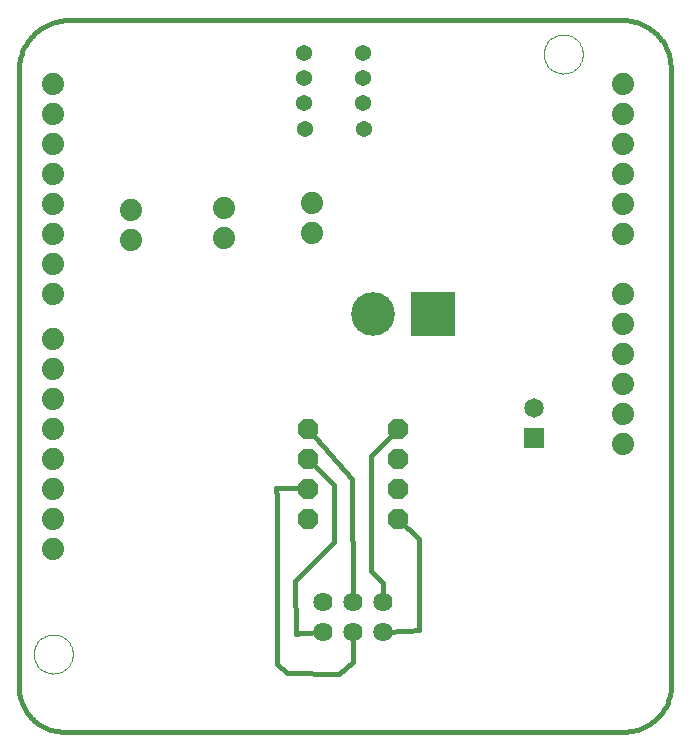
<source format=gtl>
G75*
G70*
%OFA0B0*%
%FSLAX24Y24*%
%IPPOS*%
%LPD*%
%AMOC8*
5,1,8,0,0,1.08239X$1,22.5*
%
%ADD10C,0.0160*%
%ADD11C,0.0740*%
%ADD12C,0.0000*%
%ADD13OC8,0.0680*%
%ADD14R,0.0650X0.0650*%
%ADD15C,0.0650*%
%ADD16C,0.0540*%
%ADD17C,0.1457*%
%ADD18R,0.1457X0.1457*%
%ADD19C,0.0640*%
D10*
X001849Y006172D02*
X011472Y006172D01*
X011462Y006171D02*
X020539Y006171D01*
X020616Y006173D01*
X020693Y006179D01*
X020769Y006188D01*
X020845Y006201D01*
X020920Y006218D01*
X020994Y006239D01*
X021067Y006263D01*
X021139Y006291D01*
X021210Y006322D01*
X021278Y006357D01*
X021345Y006395D01*
X021410Y006436D01*
X021473Y006481D01*
X021534Y006529D01*
X021592Y006579D01*
X021647Y006632D01*
X021700Y006688D01*
X021750Y006747D01*
X021797Y006808D01*
X021841Y006871D01*
X021882Y006936D01*
X021920Y007003D01*
X021954Y007072D01*
X021985Y007143D01*
X022012Y007215D01*
X022036Y007288D01*
X022056Y007362D01*
X022073Y007437D01*
X022085Y007513D01*
X022094Y007590D01*
X022100Y007667D01*
X022101Y007744D01*
X022100Y007744D02*
X022087Y018887D01*
X022086Y018862D02*
X022086Y028292D01*
X022084Y028370D01*
X022078Y028448D01*
X022069Y028526D01*
X022055Y028603D01*
X022038Y028680D01*
X022017Y028755D01*
X021993Y028830D01*
X021965Y028903D01*
X021933Y028974D01*
X021898Y029044D01*
X021859Y029113D01*
X021817Y029179D01*
X021772Y029243D01*
X021724Y029304D01*
X021673Y029364D01*
X021619Y029421D01*
X021562Y029475D01*
X021502Y029526D01*
X021441Y029574D01*
X021377Y029619D01*
X021311Y029661D01*
X021242Y029700D01*
X021172Y029735D01*
X021101Y029767D01*
X021028Y029795D01*
X020953Y029819D01*
X020878Y029840D01*
X020801Y029857D01*
X020724Y029871D01*
X020646Y029880D01*
X020568Y029886D01*
X020490Y029888D01*
X011089Y029888D01*
X011059Y029891D02*
X002024Y029891D01*
X002024Y029890D02*
X001945Y029888D01*
X001866Y029882D01*
X001787Y029873D01*
X001709Y029860D01*
X001632Y029843D01*
X001555Y029823D01*
X001480Y029799D01*
X001406Y029771D01*
X001333Y029740D01*
X001262Y029705D01*
X001192Y029667D01*
X001125Y029626D01*
X001059Y029582D01*
X000996Y029534D01*
X000935Y029484D01*
X000876Y029431D01*
X000820Y029375D01*
X000767Y029316D01*
X000717Y029255D01*
X000669Y029192D01*
X000625Y029126D01*
X000584Y029059D01*
X000546Y028989D01*
X000511Y028918D01*
X000480Y028845D01*
X000452Y028771D01*
X000428Y028696D01*
X000408Y028619D01*
X000391Y028542D01*
X000378Y028464D01*
X000369Y028385D01*
X000363Y028306D01*
X000361Y028227D01*
X000360Y028227D02*
X000360Y018345D01*
X000364Y018343D02*
X000364Y007657D01*
X000366Y007582D01*
X000372Y007507D01*
X000381Y007432D01*
X000394Y007358D01*
X000411Y007285D01*
X000432Y007212D01*
X000456Y007141D01*
X000484Y007071D01*
X000516Y007003D01*
X000551Y006936D01*
X000589Y006871D01*
X000630Y006809D01*
X000675Y006748D01*
X000722Y006690D01*
X000773Y006634D01*
X000826Y006581D01*
X000882Y006530D01*
X000940Y006483D01*
X001001Y006438D01*
X001063Y006397D01*
X001128Y006359D01*
X001195Y006324D01*
X001263Y006292D01*
X001333Y006264D01*
X001404Y006240D01*
X001477Y006219D01*
X001550Y006202D01*
X001624Y006189D01*
X001699Y006180D01*
X001774Y006174D01*
X001849Y006172D01*
X008951Y008420D02*
X008951Y013964D01*
X008943Y014287D01*
X009976Y014287D01*
X010009Y014274D01*
X010875Y014408D02*
X010009Y015274D01*
X010009Y016274D02*
X011469Y014609D01*
X011496Y010488D01*
X011496Y009488D02*
X011505Y008490D01*
X011019Y008102D01*
X009286Y008111D01*
X008951Y008420D01*
X009604Y009438D02*
X009577Y011184D01*
X010875Y012481D01*
X010875Y014408D01*
X012092Y015358D02*
X013009Y016274D01*
X012092Y015358D02*
X012092Y011539D01*
X012496Y011134D01*
X012496Y010488D01*
X012496Y009488D02*
X013327Y009515D01*
X013702Y009551D01*
X013702Y012581D01*
X013009Y013274D01*
X010496Y009488D02*
X009795Y009444D01*
X009604Y009438D01*
D11*
X001509Y012260D03*
X001509Y013260D03*
X001509Y014260D03*
X001509Y015260D03*
X001509Y016260D03*
X001509Y017260D03*
X001509Y018260D03*
X001509Y019260D03*
X001509Y020760D03*
X001509Y021760D03*
X001509Y022760D03*
X001509Y023760D03*
X001509Y024760D03*
X001509Y025760D03*
X001509Y026760D03*
X001509Y027760D03*
X004104Y023571D03*
X004104Y022571D03*
X007200Y022618D03*
X007200Y023618D03*
X010138Y023785D03*
X010138Y022785D03*
X020509Y022760D03*
X020509Y023760D03*
X020509Y024760D03*
X020509Y025760D03*
X020509Y026760D03*
X020509Y027760D03*
X020509Y020760D03*
X020509Y019760D03*
X020509Y018760D03*
X020509Y017760D03*
X020509Y016760D03*
X020509Y015760D03*
D12*
X017859Y028760D02*
X017861Y028810D01*
X017867Y028860D01*
X017877Y028910D01*
X017890Y028958D01*
X017907Y029006D01*
X017928Y029052D01*
X017952Y029096D01*
X017980Y029138D01*
X018011Y029178D01*
X018045Y029215D01*
X018082Y029250D01*
X018121Y029281D01*
X018162Y029310D01*
X018206Y029335D01*
X018252Y029357D01*
X018299Y029375D01*
X018347Y029389D01*
X018396Y029400D01*
X018446Y029407D01*
X018496Y029410D01*
X018547Y029409D01*
X018597Y029404D01*
X018647Y029395D01*
X018695Y029383D01*
X018743Y029366D01*
X018789Y029346D01*
X018834Y029323D01*
X018877Y029296D01*
X018917Y029266D01*
X018955Y029233D01*
X018990Y029197D01*
X019023Y029158D01*
X019052Y029117D01*
X019078Y029074D01*
X019101Y029029D01*
X019120Y028982D01*
X019135Y028934D01*
X019147Y028885D01*
X019155Y028835D01*
X019159Y028785D01*
X019159Y028735D01*
X019155Y028685D01*
X019147Y028635D01*
X019135Y028586D01*
X019120Y028538D01*
X019101Y028491D01*
X019078Y028446D01*
X019052Y028403D01*
X019023Y028362D01*
X018990Y028323D01*
X018955Y028287D01*
X018917Y028254D01*
X018877Y028224D01*
X018834Y028197D01*
X018789Y028174D01*
X018743Y028154D01*
X018695Y028137D01*
X018647Y028125D01*
X018597Y028116D01*
X018547Y028111D01*
X018496Y028110D01*
X018446Y028113D01*
X018396Y028120D01*
X018347Y028131D01*
X018299Y028145D01*
X018252Y028163D01*
X018206Y028185D01*
X018162Y028210D01*
X018121Y028239D01*
X018082Y028270D01*
X018045Y028305D01*
X018011Y028342D01*
X017980Y028382D01*
X017952Y028424D01*
X017928Y028468D01*
X017907Y028514D01*
X017890Y028562D01*
X017877Y028610D01*
X017867Y028660D01*
X017861Y028710D01*
X017859Y028760D01*
X000859Y008760D02*
X000861Y008810D01*
X000867Y008860D01*
X000877Y008910D01*
X000890Y008958D01*
X000907Y009006D01*
X000928Y009052D01*
X000952Y009096D01*
X000980Y009138D01*
X001011Y009178D01*
X001045Y009215D01*
X001082Y009250D01*
X001121Y009281D01*
X001162Y009310D01*
X001206Y009335D01*
X001252Y009357D01*
X001299Y009375D01*
X001347Y009389D01*
X001396Y009400D01*
X001446Y009407D01*
X001496Y009410D01*
X001547Y009409D01*
X001597Y009404D01*
X001647Y009395D01*
X001695Y009383D01*
X001743Y009366D01*
X001789Y009346D01*
X001834Y009323D01*
X001877Y009296D01*
X001917Y009266D01*
X001955Y009233D01*
X001990Y009197D01*
X002023Y009158D01*
X002052Y009117D01*
X002078Y009074D01*
X002101Y009029D01*
X002120Y008982D01*
X002135Y008934D01*
X002147Y008885D01*
X002155Y008835D01*
X002159Y008785D01*
X002159Y008735D01*
X002155Y008685D01*
X002147Y008635D01*
X002135Y008586D01*
X002120Y008538D01*
X002101Y008491D01*
X002078Y008446D01*
X002052Y008403D01*
X002023Y008362D01*
X001990Y008323D01*
X001955Y008287D01*
X001917Y008254D01*
X001877Y008224D01*
X001834Y008197D01*
X001789Y008174D01*
X001743Y008154D01*
X001695Y008137D01*
X001647Y008125D01*
X001597Y008116D01*
X001547Y008111D01*
X001496Y008110D01*
X001446Y008113D01*
X001396Y008120D01*
X001347Y008131D01*
X001299Y008145D01*
X001252Y008163D01*
X001206Y008185D01*
X001162Y008210D01*
X001121Y008239D01*
X001082Y008270D01*
X001045Y008305D01*
X001011Y008342D01*
X000980Y008382D01*
X000952Y008424D01*
X000928Y008468D01*
X000907Y008514D01*
X000890Y008562D01*
X000877Y008610D01*
X000867Y008660D01*
X000861Y008710D01*
X000859Y008760D01*
D13*
X010009Y013274D03*
X010009Y014274D03*
X010009Y015274D03*
X010009Y016274D03*
X013009Y016274D03*
X013009Y015274D03*
X013009Y014274D03*
X013009Y013274D03*
D14*
X017548Y015964D03*
D15*
X017548Y016964D03*
D16*
X011851Y026248D03*
X011847Y027111D03*
X011843Y027952D03*
X011824Y028793D03*
X009856Y028793D03*
X009874Y027952D03*
X009879Y027111D03*
X009883Y026248D03*
D17*
X012155Y020093D03*
D18*
X014155Y020093D03*
D19*
X012496Y010488D03*
X012496Y009488D03*
X011496Y009488D03*
X011496Y010488D03*
X010496Y010488D03*
X010496Y009488D03*
M02*

</source>
